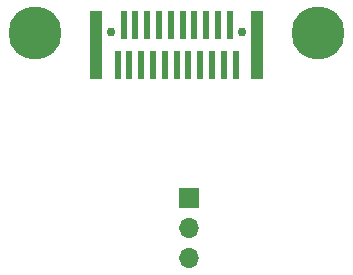
<source format=gbr>
%TF.GenerationSoftware,KiCad,Pcbnew,(6.0.0-0)*%
%TF.CreationDate,2022-03-26T01:05:03-04:00*%
%TF.ProjectId,human_activity,68756d61-6e5f-4616-9374-69766974792e,rev?*%
%TF.SameCoordinates,Original*%
%TF.FileFunction,Soldermask,Bot*%
%TF.FilePolarity,Negative*%
%FSLAX46Y46*%
G04 Gerber Fmt 4.6, Leading zero omitted, Abs format (unit mm)*
G04 Created by KiCad (PCBNEW (6.0.0-0)) date 2022-03-26 01:05:03*
%MOMM*%
%LPD*%
G01*
G04 APERTURE LIST*
%ADD10C,4.500000*%
%ADD11R,1.700000X1.700000*%
%ADD12O,1.700000X1.700000*%
%ADD13C,0.760000*%
%ADD14R,1.000000X5.850000*%
%ADD15R,0.610000X2.410000*%
G04 APERTURE END LIST*
D10*
%TO.C,H1*%
X95000000Y-64000000D03*
%TD*%
%TO.C,H2*%
X119000000Y-64000000D03*
%TD*%
D11*
%TO.C,J1*%
X108077000Y-77993000D03*
D12*
X108077000Y-80533000D03*
X108077000Y-83073000D03*
%TD*%
D13*
%TO.C,J2*%
X101475500Y-63900000D03*
X112524500Y-63900000D03*
D14*
X100173500Y-65000000D03*
X113826500Y-65000000D03*
D15*
X101996500Y-66720000D03*
X102996500Y-66720000D03*
X103996500Y-66720000D03*
X104996500Y-66720000D03*
X105996500Y-66720000D03*
X106996500Y-66720000D03*
X107996500Y-66720000D03*
X108996500Y-66720000D03*
X109996500Y-66720000D03*
X110996500Y-66720000D03*
X111996500Y-66720000D03*
X111496500Y-63280000D03*
X110496500Y-63280000D03*
X109496500Y-63280000D03*
X108496500Y-63280000D03*
X107496500Y-63280000D03*
X106496500Y-63280000D03*
X105496500Y-63280000D03*
X104496500Y-63280000D03*
X103496500Y-63320000D03*
X102496500Y-63320000D03*
%TD*%
M02*

</source>
